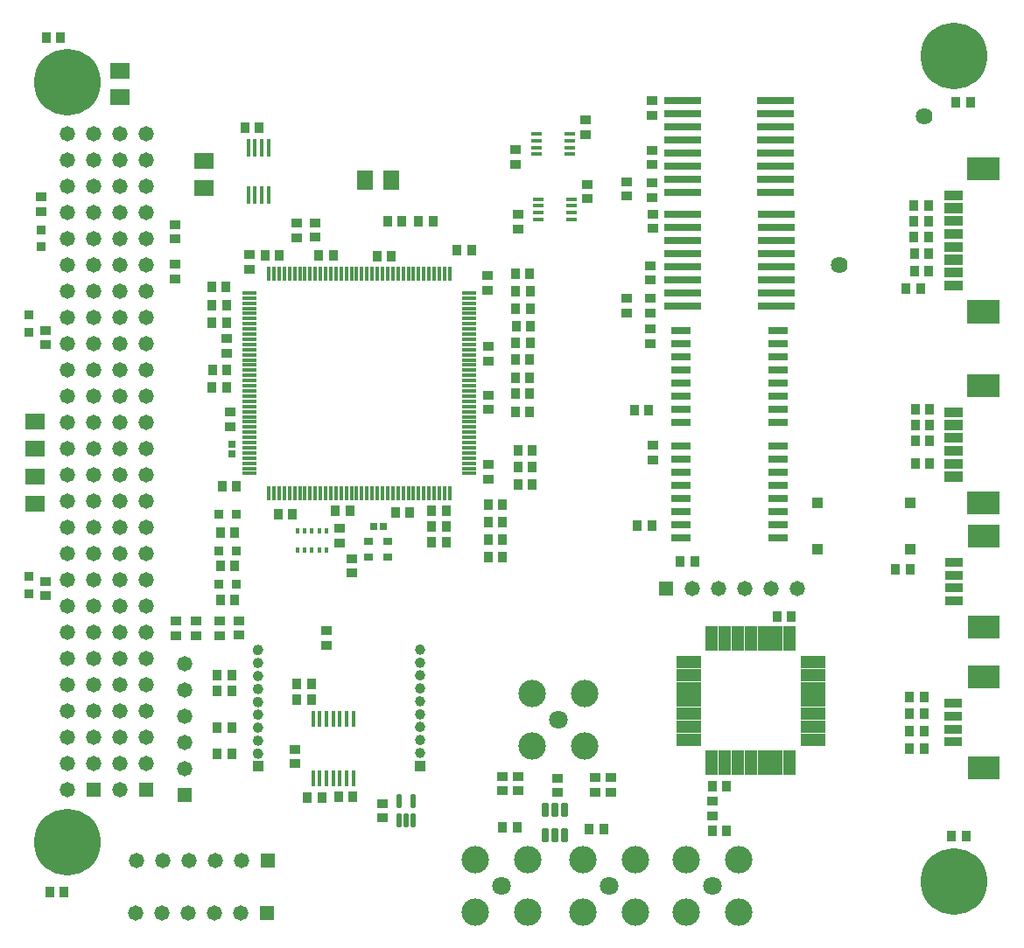
<source format=gts>
G04*
G04 #@! TF.GenerationSoftware,Altium Limited,Altium Designer,24.2.2 (26)*
G04*
G04 Layer_Color=8388736*
%FSLAX44Y44*%
%MOMM*%
G71*
G04*
G04 #@! TF.SameCoordinates,141F1B0E-D353-456E-9C8B-26D142171627*
G04*
G04*
G04 #@! TF.FilePolarity,Negative*
G04*
G01*
G75*
%ADD32R,0.9000X0.8000*%
%ADD36R,0.4572X1.7272*%
%ADD38R,0.3048X0.6096*%
%ADD48C,0.5012*%
G04:AMPARAMS|DCode=49|XSize=2.4016mm|YSize=1.1016mm|CornerRadius=0mm|HoleSize=0mm|Usage=FLASHONLY|Rotation=180.000|XOffset=0mm|YOffset=0mm|HoleType=Round|Shape=RoundedRectangle|*
%AMROUNDEDRECTD49*
21,1,2.4016,1.1016,0,0,180.0*
21,1,2.4016,1.1016,0,0,180.0*
1,1,0.0000,-1.2008,0.5508*
1,1,0.0000,1.2008,0.5508*
1,1,0.0000,1.2008,-0.5508*
1,1,0.0000,-1.2008,-0.5508*
%
%ADD49ROUNDEDRECTD49*%
G04:AMPARAMS|DCode=50|XSize=2.4016mm|YSize=1.1016mm|CornerRadius=0mm|HoleSize=0mm|Usage=FLASHONLY|Rotation=270.000|XOffset=0mm|YOffset=0mm|HoleType=Round|Shape=RoundedRectangle|*
%AMROUNDEDRECTD50*
21,1,2.4016,1.1016,0,0,270.0*
21,1,2.4016,1.1016,0,0,270.0*
1,1,0.0000,-0.5508,-1.2008*
1,1,0.0000,-0.5508,1.2008*
1,1,0.0000,0.5508,1.2008*
1,1,0.0000,0.5508,-1.2008*
%
%ADD50ROUNDEDRECTD50*%
%ADD51R,3.6016X0.7016*%
%ADD52R,0.9016X1.0016*%
%ADD53R,0.4516X1.5016*%
%ADD54R,1.7016X0.9016*%
%ADD55R,3.1016X2.2016*%
%ADD56R,1.0016X0.9016*%
%ADD57R,0.6516X0.6516*%
%ADD58R,1.9016X0.7016*%
%ADD59R,1.0016X0.4016*%
%ADD60R,1.1016X1.1016*%
%ADD61R,0.9016X0.9016*%
%ADD62R,0.4516X1.4516*%
%ADD63R,1.4516X0.4516*%
%ADD64R,0.6516X0.6516*%
%ADD65R,1.9016X1.5016*%
G04:AMPARAMS|DCode=66|XSize=1.3116mm|YSize=0.6816mm|CornerRadius=0.1233mm|HoleSize=0mm|Usage=FLASHONLY|Rotation=90.000|XOffset=0mm|YOffset=0mm|HoleType=Round|Shape=RoundedRectangle|*
%AMROUNDEDRECTD66*
21,1,1.3116,0.4350,0,0,90.0*
21,1,1.0650,0.6816,0,0,90.0*
1,1,0.2466,0.2175,0.5325*
1,1,0.2466,0.2175,-0.5325*
1,1,0.2466,-0.2175,-0.5325*
1,1,0.2466,-0.2175,0.5325*
%
%ADD66ROUNDEDRECTD66*%
%ADD67R,0.9016X0.9016*%
G04:AMPARAMS|DCode=68|XSize=1.2916mm|YSize=0.5016mm|CornerRadius=0.1008mm|HoleSize=0mm|Usage=FLASHONLY|Rotation=90.000|XOffset=0mm|YOffset=0mm|HoleType=Round|Shape=RoundedRectangle|*
%AMROUNDEDRECTD68*
21,1,1.2916,0.3000,0,0,90.0*
21,1,1.0900,0.5016,0,0,90.0*
1,1,0.2016,0.1500,0.5450*
1,1,0.2016,0.1500,-0.5450*
1,1,0.2016,-0.1500,-0.5450*
1,1,0.2016,-0.1500,0.5450*
%
%ADD68ROUNDEDRECTD68*%
%ADD69R,1.5016X1.9016*%
%ADD70C,1.6256*%
%ADD71C,1.4716*%
%ADD72R,1.4716X1.4716*%
%ADD73C,1.8000*%
%ADD74C,2.6516*%
%ADD75C,1.0024*%
%ADD76R,1.0024X1.0024*%
%ADD77R,1.4716X1.4716*%
%ADD78C,6.4516*%
G36*
X952852Y729528D02*
X921328D01*
Y752052D01*
X952852D01*
Y729528D01*
D02*
G37*
G36*
X916852Y710528D02*
X899328D01*
Y720052D01*
X916852D01*
Y710528D01*
D02*
G37*
G36*
Y698028D02*
X899328D01*
Y707552D01*
X916852D01*
Y698028D01*
D02*
G37*
G36*
Y685528D02*
X899328D01*
Y695052D01*
X916852D01*
Y685528D01*
D02*
G37*
G36*
Y673028D02*
X899328D01*
Y682552D01*
X916852D01*
Y673028D01*
D02*
G37*
G36*
Y660528D02*
X899328D01*
Y670052D01*
X916852D01*
Y660528D01*
D02*
G37*
G36*
Y648028D02*
X899328D01*
Y657552D01*
X916852D01*
Y648028D01*
D02*
G37*
G36*
Y635528D02*
X899328D01*
Y645052D01*
X916852D01*
Y635528D01*
D02*
G37*
G36*
Y623028D02*
X899328D01*
Y632552D01*
X916852D01*
Y623028D01*
D02*
G37*
G36*
X952852Y591028D02*
X921328D01*
Y613552D01*
X952852D01*
Y591028D01*
D02*
G37*
G36*
Y519538D02*
X921328D01*
Y542062D01*
X952852D01*
Y519538D01*
D02*
G37*
G36*
X916852Y500538D02*
X899328D01*
Y510062D01*
X916852D01*
Y500538D01*
D02*
G37*
G36*
Y488038D02*
X899328D01*
Y497562D01*
X916852D01*
Y488038D01*
D02*
G37*
G36*
Y475538D02*
X899328D01*
Y485062D01*
X916852D01*
Y475538D01*
D02*
G37*
G36*
Y463038D02*
X899328D01*
Y472562D01*
X916852D01*
Y463038D01*
D02*
G37*
G36*
Y450538D02*
X899328D01*
Y460062D01*
X916852D01*
Y450538D01*
D02*
G37*
G36*
Y438038D02*
X899328D01*
Y447562D01*
X916852D01*
Y438038D01*
D02*
G37*
G36*
X952852Y406038D02*
X921328D01*
Y428562D01*
X952852D01*
Y406038D01*
D02*
G37*
G36*
X397114Y157796D02*
X387090D01*
Y167820D01*
X397114D01*
Y157796D01*
D02*
G37*
G36*
X240114Y157296D02*
X230090D01*
Y167320D01*
X240114D01*
Y157296D01*
D02*
G37*
D32*
X342250Y365250D02*
D03*
Y379750D02*
D03*
X360750Y365250D02*
D03*
Y379750D02*
D03*
D36*
X225750Y715767D02*
D03*
X232250D02*
D03*
X238750D02*
D03*
X245250D02*
D03*
Y761233D02*
D03*
X238750D02*
D03*
X232250D02*
D03*
X225750D02*
D03*
D38*
X301528Y390706D02*
D03*
X294528D02*
D03*
X287528D02*
D03*
X280528D02*
D03*
X273528D02*
D03*
Y371802D02*
D03*
X280528D02*
D03*
X287528D02*
D03*
X294528D02*
D03*
X301528D02*
D03*
D48*
X394608Y275308D02*
G03*
X394608Y275308I-2506J0D01*
G01*
Y262808D02*
G03*
X394608Y262808I-2506J0D01*
G01*
Y250308D02*
G03*
X394608Y250308I-2506J0D01*
G01*
Y237808D02*
G03*
X394608Y237808I-2506J0D01*
G01*
Y225308D02*
G03*
X394608Y225308I-2506J0D01*
G01*
Y212808D02*
G03*
X394608Y212808I-2506J0D01*
G01*
Y200308D02*
G03*
X394608Y200308I-2506J0D01*
G01*
Y187808D02*
G03*
X394608Y187808I-2506J0D01*
G01*
Y175308D02*
G03*
X394608Y175308I-2506J0D01*
G01*
X237608Y174808D02*
G03*
X237608Y174808I-2506J0D01*
G01*
Y187308D02*
G03*
X237608Y187308I-2506J0D01*
G01*
Y199808D02*
G03*
X237608Y199808I-2506J0D01*
G01*
Y212308D02*
G03*
X237608Y212308I-2506J0D01*
G01*
Y224808D02*
G03*
X237608Y224808I-2506J0D01*
G01*
Y237308D02*
G03*
X237608Y237308I-2506J0D01*
G01*
Y249808D02*
G03*
X237608Y249808I-2506J0D01*
G01*
Y262308D02*
G03*
X237608Y262308I-2506J0D01*
G01*
Y274808D02*
G03*
X237608Y274808I-2506J0D01*
G01*
D49*
X771962Y200806D02*
D03*
Y188306D02*
D03*
Y250806D02*
D03*
Y238306D02*
D03*
Y225806D02*
D03*
X651962Y213306D02*
D03*
Y225806D02*
D03*
Y238306D02*
D03*
Y250806D02*
D03*
Y263306D02*
D03*
X771962D02*
D03*
Y213306D02*
D03*
X651962Y188306D02*
D03*
Y200806D02*
D03*
D50*
X686962Y285806D02*
D03*
X674462D02*
D03*
X736962D02*
D03*
X699462D02*
D03*
X711962D02*
D03*
X724462D02*
D03*
X749462D02*
D03*
X736962Y165806D02*
D03*
X749462D02*
D03*
X674462D02*
D03*
X724462D02*
D03*
X686962D02*
D03*
X699462D02*
D03*
X711962D02*
D03*
D51*
X736118Y807293D02*
D03*
Y794593D02*
D03*
Y781893D02*
D03*
Y769193D02*
D03*
X646118Y781893D02*
D03*
Y794593D02*
D03*
Y807293D02*
D03*
Y769193D02*
D03*
Y756493D02*
D03*
Y743793D02*
D03*
Y731093D02*
D03*
Y718393D02*
D03*
X736118D02*
D03*
Y731093D02*
D03*
Y743793D02*
D03*
Y756493D02*
D03*
X736500Y696450D02*
D03*
Y683750D02*
D03*
Y671050D02*
D03*
Y658350D02*
D03*
X646500Y671050D02*
D03*
Y683750D02*
D03*
Y696450D02*
D03*
Y658350D02*
D03*
Y645650D02*
D03*
Y632950D02*
D03*
Y620250D02*
D03*
Y607550D02*
D03*
X736500D02*
D03*
Y620250D02*
D03*
Y632950D02*
D03*
Y645650D02*
D03*
D52*
X876000Y624750D02*
D03*
X862000D02*
D03*
X884250Y658750D02*
D03*
X870250D02*
D03*
X313250Y132750D02*
D03*
X327250D02*
D03*
X297000Y132500D02*
D03*
X283000D02*
D03*
X879750Y179500D02*
D03*
X865750D02*
D03*
X879750Y196250D02*
D03*
X865750D02*
D03*
X879750Y213000D02*
D03*
X865750D02*
D03*
X879750Y229750D02*
D03*
X865750D02*
D03*
X643750Y360500D02*
D03*
X657750D02*
D03*
X404500Y690250D02*
D03*
X390500D02*
D03*
X500750Y435250D02*
D03*
X486750D02*
D03*
X484250Y538750D02*
D03*
X498250D02*
D03*
X484250Y556000D02*
D03*
X498250D02*
D03*
X484250Y523000D02*
D03*
X498250D02*
D03*
X613500Y507500D02*
D03*
X599500D02*
D03*
X499000Y588250D02*
D03*
X485000D02*
D03*
X616500Y395000D02*
D03*
X602500D02*
D03*
X498500Y622250D02*
D03*
X484500D02*
D03*
X500750Y468500D02*
D03*
X486750D02*
D03*
X498750Y572000D02*
D03*
X484750D02*
D03*
X852250Y352750D02*
D03*
X866250D02*
D03*
X360500Y690250D02*
D03*
X374500D02*
D03*
X222500Y780750D02*
D03*
X236500D02*
D03*
X441750Y662500D02*
D03*
X427750D02*
D03*
X191250Y546500D02*
D03*
X205250D02*
D03*
X205000Y591750D02*
D03*
X191000D02*
D03*
Y529500D02*
D03*
X205000D02*
D03*
X190750Y609000D02*
D03*
X204750D02*
D03*
X190500Y626250D02*
D03*
X204500D02*
D03*
X196102Y250808D02*
D03*
X210102D02*
D03*
X196102Y199808D02*
D03*
X210102D02*
D03*
X472000Y364750D02*
D03*
X458000D02*
D03*
X471750Y381750D02*
D03*
X457750D02*
D03*
X471750Y398750D02*
D03*
X457750D02*
D03*
X484250Y505250D02*
D03*
X498250D02*
D03*
X500750Y452000D02*
D03*
X486750D02*
D03*
X210102Y174808D02*
D03*
X196102D02*
D03*
X210102Y235808D02*
D03*
X196102D02*
D03*
X498750Y605250D02*
D03*
X484750D02*
D03*
X457750Y416000D02*
D03*
X471750D02*
D03*
X498250Y639000D02*
D03*
X484250D02*
D03*
X198878Y323732D02*
D03*
X212878D02*
D03*
X198878Y356232D02*
D03*
X212878D02*
D03*
X198878Y388732D02*
D03*
X212878D02*
D03*
X382000Y408500D02*
D03*
X368000D02*
D03*
X200518Y433832D02*
D03*
X214518D02*
D03*
X242032Y657098D02*
D03*
X256032D02*
D03*
X294250Y657000D02*
D03*
X308250D02*
D03*
X350500Y656500D02*
D03*
X364500D02*
D03*
X310246Y409956D02*
D03*
X324246D02*
D03*
X254620Y406400D02*
D03*
X268620D02*
D03*
X417386Y379564D02*
D03*
X403386D02*
D03*
X417386Y394564D02*
D03*
X403386D02*
D03*
X417464Y409702D02*
D03*
X403464D02*
D03*
X486000Y103500D02*
D03*
X472000D02*
D03*
X569750Y102000D02*
D03*
X555750D02*
D03*
X869790Y674920D02*
D03*
X883790D02*
D03*
X871050Y493100D02*
D03*
X885050D02*
D03*
X871050Y508340D02*
D03*
X885050D02*
D03*
X871050Y455500D02*
D03*
X885050D02*
D03*
X871050Y477860D02*
D03*
X885050D02*
D03*
X870250Y641750D02*
D03*
X884250D02*
D03*
X883790Y705400D02*
D03*
X869790D02*
D03*
X883790Y690160D02*
D03*
X869790D02*
D03*
X906130Y95250D02*
D03*
X920130D02*
D03*
X33640Y40640D02*
D03*
X47640D02*
D03*
X924500Y805000D02*
D03*
X910500D02*
D03*
X30500Y867500D02*
D03*
X44500D02*
D03*
X751250Y307500D02*
D03*
X737250D02*
D03*
X674624Y100076D02*
D03*
X688624D02*
D03*
X674624Y143256D02*
D03*
X688624D02*
D03*
X273102Y226808D02*
D03*
X287102D02*
D03*
X287102Y241808D02*
D03*
X273102D02*
D03*
D53*
X295102Y208558D02*
D03*
X301602D02*
D03*
X308102D02*
D03*
X314602D02*
D03*
X321102D02*
D03*
X314602Y151058D02*
D03*
X321102D02*
D03*
X327602D02*
D03*
X308102D02*
D03*
X301602D02*
D03*
X295102D02*
D03*
X288602D02*
D03*
Y208558D02*
D03*
X327602D02*
D03*
D54*
X908000Y198500D02*
D03*
Y186000D02*
D03*
Y211000D02*
D03*
Y223500D02*
D03*
X908500Y335000D02*
D03*
Y322500D02*
D03*
Y347500D02*
D03*
Y360000D02*
D03*
D55*
X937000Y160500D02*
D03*
Y249000D02*
D03*
X937500Y297000D02*
D03*
Y385500D02*
D03*
D56*
X614750Y615500D02*
D03*
Y601500D02*
D03*
X616750Y727000D02*
D03*
Y713000D02*
D03*
X458250Y521750D02*
D03*
Y507750D02*
D03*
X290250Y674500D02*
D03*
Y688500D02*
D03*
X457962Y554706D02*
D03*
Y568706D02*
D03*
X484750Y759250D02*
D03*
Y745250D02*
D03*
X471500Y138750D02*
D03*
Y152750D02*
D03*
X487250D02*
D03*
Y138750D02*
D03*
X198250Y303000D02*
D03*
Y289000D02*
D03*
X155750D02*
D03*
Y303000D02*
D03*
X175000Y303000D02*
D03*
Y289000D02*
D03*
X217000Y303250D02*
D03*
Y289250D02*
D03*
X326500Y363500D02*
D03*
Y349500D02*
D03*
X227330Y657636D02*
D03*
Y643636D02*
D03*
X314452Y392754D02*
D03*
Y378754D02*
D03*
X273000Y688250D02*
D03*
Y674250D02*
D03*
X155000Y634250D02*
D03*
Y648250D02*
D03*
Y673000D02*
D03*
Y687000D02*
D03*
X208250Y491500D02*
D03*
Y505500D02*
D03*
X204750Y562250D02*
D03*
Y576250D02*
D03*
X457454Y637174D02*
D03*
Y623174D02*
D03*
X458500Y440500D02*
D03*
Y454500D02*
D03*
X29578Y327500D02*
D03*
Y341500D02*
D03*
Y584500D02*
D03*
Y570500D02*
D03*
X617000Y697000D02*
D03*
Y683000D02*
D03*
X616791Y744805D02*
D03*
Y758805D02*
D03*
X592250Y714250D02*
D03*
Y728250D02*
D03*
X616791Y792805D02*
D03*
Y806805D02*
D03*
X554000Y712000D02*
D03*
Y726000D02*
D03*
X356108Y112380D02*
D03*
Y126380D02*
D03*
X577000Y151500D02*
D03*
Y137500D02*
D03*
X675132Y128666D02*
D03*
Y114666D02*
D03*
X25400Y713740D02*
D03*
Y699740D02*
D03*
X301102Y279808D02*
D03*
Y293808D02*
D03*
X486750Y682750D02*
D03*
Y696750D02*
D03*
X614960Y633280D02*
D03*
Y647280D02*
D03*
X592250Y615250D02*
D03*
Y601250D02*
D03*
X561750Y151500D02*
D03*
Y137500D02*
D03*
X525250Y151000D02*
D03*
Y137000D02*
D03*
X271102Y164808D02*
D03*
Y178808D02*
D03*
X552250Y788250D02*
D03*
Y774250D02*
D03*
X617250Y459000D02*
D03*
Y473000D02*
D03*
X615000Y585750D02*
D03*
Y571750D02*
D03*
D57*
X209750Y474250D02*
D03*
Y465250D02*
D03*
D58*
X738788Y383136D02*
D03*
Y395836D02*
D03*
Y408536D02*
D03*
Y421236D02*
D03*
Y433936D02*
D03*
Y446636D02*
D03*
Y459336D02*
D03*
Y472036D02*
D03*
X644788Y383136D02*
D03*
Y395836D02*
D03*
Y408536D02*
D03*
Y421236D02*
D03*
Y433936D02*
D03*
Y446636D02*
D03*
Y459336D02*
D03*
Y472036D02*
D03*
X738788Y495364D02*
D03*
Y508064D02*
D03*
Y520764D02*
D03*
Y533464D02*
D03*
Y546164D02*
D03*
Y558864D02*
D03*
Y571564D02*
D03*
Y584264D02*
D03*
X644788Y495364D02*
D03*
Y508064D02*
D03*
Y520764D02*
D03*
Y533464D02*
D03*
Y546164D02*
D03*
Y558864D02*
D03*
Y571564D02*
D03*
Y584264D02*
D03*
D59*
X536970Y767900D02*
D03*
X504670D02*
D03*
X536970Y761400D02*
D03*
X504670D02*
D03*
Y774400D02*
D03*
Y754900D02*
D03*
X536970Y774400D02*
D03*
Y754900D02*
D03*
X538540Y691900D02*
D03*
Y711400D02*
D03*
X506240Y691900D02*
D03*
Y711400D02*
D03*
Y698400D02*
D03*
X538540D02*
D03*
X506240Y704900D02*
D03*
X538540D02*
D03*
D60*
X776250Y417500D02*
D03*
X866250Y372500D02*
D03*
X776250D02*
D03*
X866250Y417500D02*
D03*
D61*
X197628Y338732D02*
D03*
X214128D02*
D03*
X197628Y371232D02*
D03*
X214128D02*
D03*
X197628Y406232D02*
D03*
X214128D02*
D03*
D62*
X355712Y427048D02*
D03*
X325712D02*
D03*
X320712D02*
D03*
X245712D02*
D03*
X250712D02*
D03*
X255712D02*
D03*
X260712D02*
D03*
X265712D02*
D03*
X270712D02*
D03*
X275712D02*
D03*
X280712D02*
D03*
X285712D02*
D03*
X290712D02*
D03*
X295712D02*
D03*
X300712D02*
D03*
X305712D02*
D03*
X310712D02*
D03*
X315712D02*
D03*
X330712D02*
D03*
X335712D02*
D03*
X340712D02*
D03*
X345712D02*
D03*
X350712D02*
D03*
X360712D02*
D03*
X365712D02*
D03*
X370712D02*
D03*
X375712D02*
D03*
X380712D02*
D03*
X385712D02*
D03*
X390712D02*
D03*
X395712D02*
D03*
X400712D02*
D03*
X405712D02*
D03*
X410712D02*
D03*
X415712D02*
D03*
X420712D02*
D03*
Y639548D02*
D03*
X415712D02*
D03*
X410712D02*
D03*
X405712D02*
D03*
X400712D02*
D03*
X395712D02*
D03*
X390712D02*
D03*
X385712D02*
D03*
X380712D02*
D03*
X375712D02*
D03*
X370712D02*
D03*
X365712D02*
D03*
X360712D02*
D03*
X355712D02*
D03*
X350712D02*
D03*
X345712D02*
D03*
X340712D02*
D03*
X335712D02*
D03*
X330712D02*
D03*
X325712D02*
D03*
X320712D02*
D03*
X315712D02*
D03*
X310712D02*
D03*
X305712D02*
D03*
X300712D02*
D03*
X295712D02*
D03*
X290712D02*
D03*
X285712D02*
D03*
X280712D02*
D03*
X275712D02*
D03*
X270712D02*
D03*
X265712D02*
D03*
X260712D02*
D03*
X255712D02*
D03*
X250712D02*
D03*
X245712D02*
D03*
D63*
X439462Y575798D02*
D03*
Y445798D02*
D03*
Y450798D02*
D03*
Y455798D02*
D03*
Y460798D02*
D03*
Y465798D02*
D03*
Y470798D02*
D03*
Y475798D02*
D03*
Y480798D02*
D03*
Y485798D02*
D03*
Y490798D02*
D03*
Y495798D02*
D03*
Y500798D02*
D03*
Y505798D02*
D03*
Y510798D02*
D03*
Y515798D02*
D03*
Y520798D02*
D03*
Y525798D02*
D03*
Y530798D02*
D03*
Y535798D02*
D03*
Y540798D02*
D03*
Y545798D02*
D03*
Y550798D02*
D03*
Y555798D02*
D03*
Y560798D02*
D03*
Y565798D02*
D03*
Y570798D02*
D03*
Y580798D02*
D03*
Y585798D02*
D03*
Y590798D02*
D03*
Y595798D02*
D03*
Y600798D02*
D03*
Y605798D02*
D03*
Y610798D02*
D03*
Y615798D02*
D03*
Y620798D02*
D03*
X226962D02*
D03*
Y615798D02*
D03*
Y610798D02*
D03*
Y605798D02*
D03*
Y600798D02*
D03*
Y595798D02*
D03*
Y590798D02*
D03*
Y585798D02*
D03*
Y580798D02*
D03*
Y575798D02*
D03*
Y570798D02*
D03*
Y565798D02*
D03*
Y560798D02*
D03*
Y555798D02*
D03*
Y550798D02*
D03*
Y545798D02*
D03*
Y540798D02*
D03*
Y535798D02*
D03*
Y530798D02*
D03*
Y525798D02*
D03*
Y520798D02*
D03*
Y515798D02*
D03*
Y510798D02*
D03*
Y505798D02*
D03*
Y500798D02*
D03*
Y495798D02*
D03*
Y490798D02*
D03*
Y485798D02*
D03*
Y480798D02*
D03*
Y475798D02*
D03*
Y470798D02*
D03*
Y465798D02*
D03*
Y460798D02*
D03*
Y455798D02*
D03*
Y450798D02*
D03*
Y445798D02*
D03*
D64*
X356250Y394250D02*
D03*
X347250D02*
D03*
D65*
X20000Y470000D02*
D03*
Y496000D02*
D03*
X101600Y835960D02*
D03*
Y809960D02*
D03*
X182880Y722330D02*
D03*
Y748330D02*
D03*
X20000Y417000D02*
D03*
Y443000D02*
D03*
D66*
X513000Y95450D02*
D03*
X522500D02*
D03*
X532000D02*
D03*
X513000Y120550D02*
D03*
X522500D02*
D03*
X532000D02*
D03*
D67*
X25400Y665480D02*
D03*
Y681980D02*
D03*
X13825Y329486D02*
D03*
Y345986D02*
D03*
Y599292D02*
D03*
Y582792D02*
D03*
D68*
X371960Y128928D02*
D03*
X384960D02*
D03*
Y109728D02*
D03*
X378460D02*
D03*
X371960D02*
D03*
D69*
X338490Y730250D02*
D03*
X364490D02*
D03*
D70*
X879500Y791746D02*
D03*
X798000Y647750D02*
D03*
D71*
X164250Y261550D02*
D03*
Y236150D02*
D03*
Y210750D02*
D03*
Y185350D02*
D03*
Y159950D02*
D03*
X219800Y70880D02*
D03*
X194400D02*
D03*
X169000D02*
D03*
X143600D02*
D03*
X118200D02*
D03*
X218440Y20320D02*
D03*
X193040D02*
D03*
X167640D02*
D03*
X142240D02*
D03*
X116840D02*
D03*
X50800Y647700D02*
D03*
Y622300D02*
D03*
Y571500D02*
D03*
Y596900D02*
D03*
Y520700D02*
D03*
Y495300D02*
D03*
Y469900D02*
D03*
Y419100D02*
D03*
Y444500D02*
D03*
Y368300D02*
D03*
Y317500D02*
D03*
Y393700D02*
D03*
Y342900D02*
D03*
Y546100D02*
D03*
Y673100D02*
D03*
X76200Y266700D02*
D03*
Y342900D02*
D03*
Y317500D02*
D03*
Y292100D02*
D03*
Y368300D02*
D03*
Y419100D02*
D03*
Y165100D02*
D03*
Y215900D02*
D03*
Y241300D02*
D03*
Y190500D02*
D03*
Y393700D02*
D03*
X50800Y774700D02*
D03*
Y698500D02*
D03*
Y749300D02*
D03*
X76200Y723900D02*
D03*
Y749300D02*
D03*
X50800Y723900D02*
D03*
X76200Y774700D02*
D03*
Y698500D02*
D03*
Y647700D02*
D03*
Y622300D02*
D03*
Y596900D02*
D03*
Y571500D02*
D03*
Y546100D02*
D03*
Y520700D02*
D03*
Y469900D02*
D03*
Y444500D02*
D03*
Y673100D02*
D03*
Y495300D02*
D03*
X50800Y241300D02*
D03*
Y266700D02*
D03*
Y190500D02*
D03*
Y292100D02*
D03*
Y139700D02*
D03*
Y215900D02*
D03*
Y165100D02*
D03*
X101600Y647700D02*
D03*
Y622300D02*
D03*
Y571500D02*
D03*
Y596900D02*
D03*
Y520700D02*
D03*
Y495300D02*
D03*
Y469900D02*
D03*
Y419100D02*
D03*
Y444500D02*
D03*
Y368300D02*
D03*
Y317500D02*
D03*
Y393700D02*
D03*
Y342900D02*
D03*
Y546100D02*
D03*
Y673100D02*
D03*
X127000Y266700D02*
D03*
Y342900D02*
D03*
Y317500D02*
D03*
Y292100D02*
D03*
Y368300D02*
D03*
Y419100D02*
D03*
Y165100D02*
D03*
Y215900D02*
D03*
Y241300D02*
D03*
Y190500D02*
D03*
Y393700D02*
D03*
X101600Y774700D02*
D03*
Y698500D02*
D03*
Y749300D02*
D03*
X127000Y723900D02*
D03*
Y749300D02*
D03*
X101600Y723900D02*
D03*
X127000Y774700D02*
D03*
Y698500D02*
D03*
Y647700D02*
D03*
Y622300D02*
D03*
Y596900D02*
D03*
Y571500D02*
D03*
Y546100D02*
D03*
Y520700D02*
D03*
Y469900D02*
D03*
Y444500D02*
D03*
Y673100D02*
D03*
Y495300D02*
D03*
X101600Y241300D02*
D03*
Y266700D02*
D03*
Y190500D02*
D03*
Y292100D02*
D03*
Y139700D02*
D03*
Y215900D02*
D03*
Y165100D02*
D03*
X756900Y334750D02*
D03*
X731500D02*
D03*
X706100D02*
D03*
X680700D02*
D03*
X655300D02*
D03*
D72*
X164250Y134550D02*
D03*
X76200Y139700D02*
D03*
X127000D02*
D03*
D73*
X525750Y207500D02*
D03*
X674878Y46990D02*
D03*
X471000Y47000D02*
D03*
X575000D02*
D03*
D74*
X500350Y232900D02*
D03*
X551150D02*
D03*
X500350Y182100D02*
D03*
X551150D02*
D03*
X700278Y72390D02*
D03*
Y21590D02*
D03*
X649478Y72390D02*
D03*
Y21590D02*
D03*
X445600Y72400D02*
D03*
X496400D02*
D03*
X445600Y21600D02*
D03*
X496400D02*
D03*
X549600Y72400D02*
D03*
X600400D02*
D03*
X549600Y21600D02*
D03*
X600400D02*
D03*
D75*
X392102Y225308D02*
D03*
Y237808D02*
D03*
Y275308D02*
D03*
Y262808D02*
D03*
Y250308D02*
D03*
Y212808D02*
D03*
Y200308D02*
D03*
Y187808D02*
D03*
Y175308D02*
D03*
X235102Y174808D02*
D03*
Y187308D02*
D03*
Y199808D02*
D03*
Y212308D02*
D03*
Y224808D02*
D03*
Y237308D02*
D03*
Y249808D02*
D03*
Y262308D02*
D03*
Y274808D02*
D03*
D76*
X392102Y162808D02*
D03*
X235102Y162308D02*
D03*
D77*
X245200Y70880D02*
D03*
X243840Y20320D02*
D03*
X629900Y334750D02*
D03*
D78*
X908200Y50800D02*
D03*
X50800Y88900D02*
D03*
X908200Y850200D02*
D03*
X50800Y824800D02*
D03*
M02*

</source>
